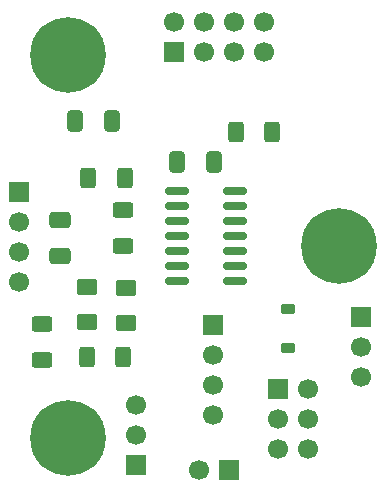
<source format=gbr>
%TF.GenerationSoftware,KiCad,Pcbnew,9.0.4*%
%TF.CreationDate,2025-11-07T20:41:43+01:00*%
%TF.ProjectId,SB_Mod_SR04,53425f4d-6f64-45f5-9352-30342e6b6963,rev?*%
%TF.SameCoordinates,Original*%
%TF.FileFunction,Soldermask,Top*%
%TF.FilePolarity,Negative*%
%FSLAX46Y46*%
G04 Gerber Fmt 4.6, Leading zero omitted, Abs format (unit mm)*
G04 Created by KiCad (PCBNEW 9.0.4) date 2025-11-07 20:41:43*
%MOMM*%
%LPD*%
G01*
G04 APERTURE LIST*
G04 Aperture macros list*
%AMRoundRect*
0 Rectangle with rounded corners*
0 $1 Rounding radius*
0 $2 $3 $4 $5 $6 $7 $8 $9 X,Y pos of 4 corners*
0 Add a 4 corners polygon primitive as box body*
4,1,4,$2,$3,$4,$5,$6,$7,$8,$9,$2,$3,0*
0 Add four circle primitives for the rounded corners*
1,1,$1+$1,$2,$3*
1,1,$1+$1,$4,$5*
1,1,$1+$1,$6,$7*
1,1,$1+$1,$8,$9*
0 Add four rect primitives between the rounded corners*
20,1,$1+$1,$2,$3,$4,$5,0*
20,1,$1+$1,$4,$5,$6,$7,0*
20,1,$1+$1,$6,$7,$8,$9,0*
20,1,$1+$1,$8,$9,$2,$3,0*%
G04 Aperture macros list end*
%ADD10R,1.700000X1.700000*%
%ADD11C,1.700000*%
%ADD12RoundRect,0.150000X-0.825000X-0.150000X0.825000X-0.150000X0.825000X0.150000X-0.825000X0.150000X0*%
%ADD13RoundRect,0.250000X0.412500X0.650000X-0.412500X0.650000X-0.412500X-0.650000X0.412500X-0.650000X0*%
%ADD14RoundRect,0.250000X0.625000X-0.400000X0.625000X0.400000X-0.625000X0.400000X-0.625000X-0.400000X0*%
%ADD15RoundRect,0.250001X0.624999X-0.462499X0.624999X0.462499X-0.624999X0.462499X-0.624999X-0.462499X0*%
%ADD16RoundRect,0.250000X-0.400000X-0.625000X0.400000X-0.625000X0.400000X0.625000X-0.400000X0.625000X0*%
%ADD17C,6.400000*%
%ADD18RoundRect,0.250000X-0.412500X-0.650000X0.412500X-0.650000X0.412500X0.650000X-0.412500X0.650000X0*%
%ADD19RoundRect,0.250000X-0.625000X0.400000X-0.625000X-0.400000X0.625000X-0.400000X0.625000X0.400000X0*%
%ADD20RoundRect,0.225000X0.375000X-0.225000X0.375000X0.225000X-0.375000X0.225000X-0.375000X-0.225000X0*%
%ADD21RoundRect,0.250000X0.400000X0.625000X-0.400000X0.625000X-0.400000X-0.625000X0.400000X-0.625000X0*%
%ADD22RoundRect,0.250000X-0.650000X0.412500X-0.650000X-0.412500X0.650000X-0.412500X0.650000X0.412500X0*%
G04 APERTURE END LIST*
D10*
%TO.C,J2*%
X122255200Y-117195600D03*
D11*
X119715200Y-117195600D03*
%TD*%
D12*
%TO.C,U2*%
X117819400Y-93574900D03*
X117819400Y-94844900D03*
X117819400Y-96114900D03*
X117819400Y-97384900D03*
X117819400Y-98654900D03*
X117819400Y-99924900D03*
X117819400Y-101194900D03*
X122769400Y-101194900D03*
X122769400Y-99924900D03*
X122769400Y-98654900D03*
X122769400Y-97384900D03*
X122769400Y-96114900D03*
X122769400Y-94844900D03*
X122769400Y-93574900D03*
%TD*%
D13*
%TO.C,C2*%
X112345000Y-87630000D03*
X109220000Y-87630000D03*
%TD*%
D14*
%TO.C,R1*%
X106426000Y-107875000D03*
X106426000Y-104775000D03*
%TD*%
D10*
%TO.C,J3*%
X120929400Y-104927400D03*
D11*
X120929400Y-107467400D03*
X120929400Y-110007400D03*
X120929400Y-112547400D03*
%TD*%
D15*
%TO.C,D2*%
X113538000Y-104702000D03*
X113538000Y-101727000D03*
%TD*%
D16*
%TO.C,R10*%
X110311000Y-92456000D03*
X113411000Y-92456000D03*
%TD*%
D10*
%TO.C,SB1*%
X117627400Y-81762600D03*
D11*
X117627400Y-79222600D03*
X120167400Y-81762600D03*
X120167400Y-79222600D03*
X122707400Y-81762600D03*
X122707400Y-79222600D03*
X125247400Y-81762600D03*
X125247400Y-79222600D03*
%TD*%
D10*
%TO.C,J1*%
X133400800Y-104216200D03*
D11*
X133400800Y-106756200D03*
X133400800Y-109296200D03*
%TD*%
D17*
%TO.C,H3*%
X108600000Y-114500000D03*
%TD*%
D18*
%TO.C,C4*%
X117842900Y-91084400D03*
X120967900Y-91084400D03*
%TD*%
D16*
%TO.C,R3*%
X110210000Y-107569000D03*
X113310000Y-107569000D03*
%TD*%
D19*
%TO.C,R9*%
X113284000Y-95123000D03*
X113284000Y-98223000D03*
%TD*%
D20*
%TO.C,D3*%
X127254000Y-106855800D03*
X127254000Y-103555800D03*
%TD*%
D10*
%TO.C,A1*%
X104493500Y-93679000D03*
D11*
X104493500Y-96219000D03*
X104493500Y-98759000D03*
X104493500Y-101299000D03*
%TD*%
D10*
%TO.C,J4*%
X114350800Y-116738400D03*
D11*
X114350800Y-114198400D03*
X114350800Y-111658400D03*
%TD*%
D21*
%TO.C,R8*%
X125933800Y-88595200D03*
X122833800Y-88595200D03*
%TD*%
D17*
%TO.C,H1*%
X108600000Y-82000000D03*
%TD*%
D10*
%TO.C,CONN1*%
X126441200Y-110286800D03*
D11*
X128981200Y-110286800D03*
X126441200Y-112826800D03*
X128981200Y-112826800D03*
X126441200Y-115366800D03*
X128981200Y-115366800D03*
%TD*%
D22*
%TO.C,C1*%
X107950000Y-95973500D03*
X107950000Y-99098500D03*
%TD*%
D15*
%TO.C,D1*%
X110236000Y-104665500D03*
X110236000Y-101690500D03*
%TD*%
D17*
%TO.C,H2*%
X131572000Y-98250000D03*
%TD*%
M02*

</source>
